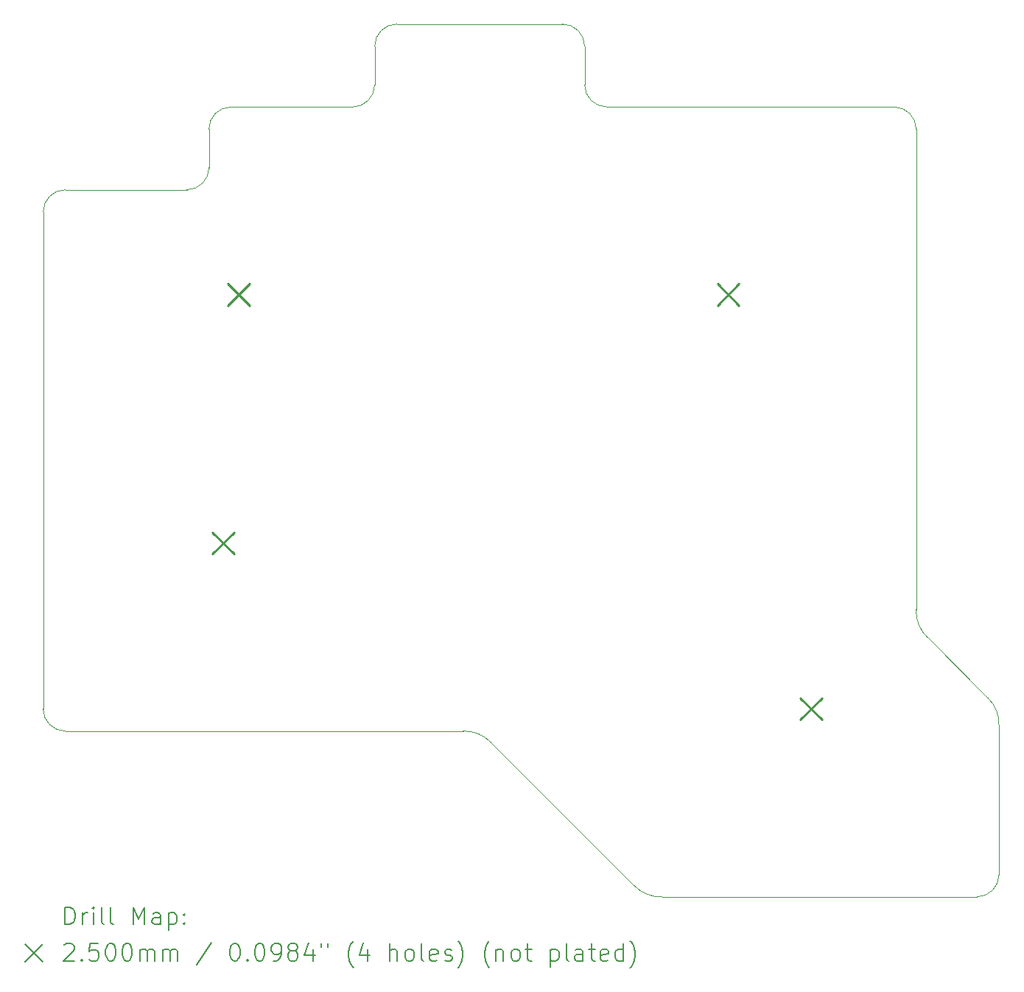
<source format=gbr>
%TF.GenerationSoftware,KiCad,Pcbnew,(6.0.7-1)-1*%
%TF.CreationDate,2022-08-07T12:28:21+08:00*%
%TF.ProjectId,Plate,506c6174-652e-46b6-9963-61645f706362,3*%
%TF.SameCoordinates,PX7616b68PY48ab840*%
%TF.FileFunction,Drillmap*%
%TF.FilePolarity,Positive*%
%FSLAX45Y45*%
G04 Gerber Fmt 4.5, Leading zero omitted, Abs format (unit mm)*
G04 Created by KiCad (PCBNEW (6.0.7-1)-1) date 2022-08-07 12:28:21*
%MOMM*%
%LPD*%
G01*
G04 APERTURE LIST*
%ADD10C,0.120000*%
%ADD11C,0.200000*%
%ADD12C,0.250000*%
G04 APERTURE END LIST*
D10*
X-5969000Y1460500D02*
X-5969000Y1905000D01*
X-2730498Y-5143498D02*
G75*
G03*
X-3048000Y-5016500I-300372J-290562D01*
G01*
X-3810000Y3111500D02*
G75*
G03*
X-4064000Y2857500I0J-254000D01*
G01*
X-1651000Y2413000D02*
X-1651000Y2857500D01*
X-5715000Y2159000D02*
X-4318000Y2159000D01*
X-7874000Y952500D02*
X-7874000Y-4762500D01*
X-1651000Y2413000D02*
G75*
G03*
X-1397000Y2159000I254000J0D01*
G01*
X-4064000Y2413000D02*
X-4064000Y2857500D01*
X2159003Y-3619500D02*
G75*
G03*
X2286000Y-3937000I417557J-17130D01*
G01*
X2984500Y-4635500D02*
X2286000Y-3937000D01*
X-1651000Y2857500D02*
G75*
G03*
X-1905000Y3111500I-254000J0D01*
G01*
X-7874000Y-4762500D02*
G75*
G03*
X-7620000Y-5016500I254000J0D01*
G01*
X-7620000Y1206500D02*
G75*
G03*
X-7874000Y952500I0J-254000D01*
G01*
X2159000Y1905000D02*
G75*
G03*
X1905000Y2159000I-254000J0D01*
G01*
X-3810000Y3111500D02*
X-3556000Y3111500D01*
X-1397000Y2159000D02*
X1905000Y2159000D01*
X-3048000Y-5016500D02*
X-7620000Y-5016500D01*
X-6223000Y1206500D02*
G75*
G03*
X-5969000Y1460500I0J254000D01*
G01*
X2857500Y-6921500D02*
G75*
G03*
X3111500Y-6667500I0J254000D01*
G01*
X3111500Y-4953000D02*
X3111500Y-6667500D01*
X-7620000Y1206500D02*
X-6223000Y1206500D01*
X-1079502Y-6794502D02*
G75*
G03*
X-762000Y-6921500I300372J290562D01*
G01*
X-1905000Y3111500D02*
X-3556000Y3111500D01*
X2857500Y-6921500D02*
X-762000Y-6921500D01*
X-5715000Y2159000D02*
G75*
G03*
X-5969000Y1905000I0J-254000D01*
G01*
X-4318000Y2159000D02*
G75*
G03*
X-4064000Y2413000I0J254000D01*
G01*
X-2730500Y-5143500D02*
X-1079500Y-6794500D01*
X3111497Y-4953000D02*
G75*
G03*
X2984500Y-4635500I-417557J17130D01*
G01*
X2159000Y-3619500D02*
X2159000Y1905000D01*
D11*
D12*
X-5928900Y-2732500D02*
X-5678900Y-2982500D01*
X-5678900Y-2732500D02*
X-5928900Y-2982500D01*
X-5751100Y125000D02*
X-5501100Y-125000D01*
X-5501100Y125000D02*
X-5751100Y-125000D01*
X-125000Y125000D02*
X125000Y-125000D01*
X125000Y125000D02*
X-125000Y-125000D01*
X827500Y-4637500D02*
X1077500Y-4887500D01*
X1077500Y-4637500D02*
X827500Y-4887500D01*
D11*
X-7622381Y-7238327D02*
X-7622381Y-7038327D01*
X-7574762Y-7038327D01*
X-7546190Y-7047851D01*
X-7527143Y-7066899D01*
X-7517619Y-7085946D01*
X-7508095Y-7124042D01*
X-7508095Y-7152613D01*
X-7517619Y-7190708D01*
X-7527143Y-7209756D01*
X-7546190Y-7228803D01*
X-7574762Y-7238327D01*
X-7622381Y-7238327D01*
X-7422381Y-7238327D02*
X-7422381Y-7104994D01*
X-7422381Y-7143089D02*
X-7412857Y-7124042D01*
X-7403333Y-7114518D01*
X-7384286Y-7104994D01*
X-7365238Y-7104994D01*
X-7298571Y-7238327D02*
X-7298571Y-7104994D01*
X-7298571Y-7038327D02*
X-7308095Y-7047851D01*
X-7298571Y-7057375D01*
X-7289048Y-7047851D01*
X-7298571Y-7038327D01*
X-7298571Y-7057375D01*
X-7174762Y-7238327D02*
X-7193810Y-7228803D01*
X-7203333Y-7209756D01*
X-7203333Y-7038327D01*
X-7070000Y-7238327D02*
X-7089048Y-7228803D01*
X-7098571Y-7209756D01*
X-7098571Y-7038327D01*
X-6841429Y-7238327D02*
X-6841429Y-7038327D01*
X-6774762Y-7181184D01*
X-6708095Y-7038327D01*
X-6708095Y-7238327D01*
X-6527143Y-7238327D02*
X-6527143Y-7133565D01*
X-6536667Y-7114518D01*
X-6555714Y-7104994D01*
X-6593810Y-7104994D01*
X-6612857Y-7114518D01*
X-6527143Y-7228803D02*
X-6546190Y-7238327D01*
X-6593810Y-7238327D01*
X-6612857Y-7228803D01*
X-6622381Y-7209756D01*
X-6622381Y-7190708D01*
X-6612857Y-7171661D01*
X-6593810Y-7162137D01*
X-6546190Y-7162137D01*
X-6527143Y-7152613D01*
X-6431905Y-7104994D02*
X-6431905Y-7304994D01*
X-6431905Y-7114518D02*
X-6412857Y-7104994D01*
X-6374762Y-7104994D01*
X-6355714Y-7114518D01*
X-6346190Y-7124042D01*
X-6336667Y-7143089D01*
X-6336667Y-7200232D01*
X-6346190Y-7219280D01*
X-6355714Y-7228803D01*
X-6374762Y-7238327D01*
X-6412857Y-7238327D01*
X-6431905Y-7228803D01*
X-6250952Y-7219280D02*
X-6241429Y-7228803D01*
X-6250952Y-7238327D01*
X-6260476Y-7228803D01*
X-6250952Y-7219280D01*
X-6250952Y-7238327D01*
X-6250952Y-7114518D02*
X-6241429Y-7124042D01*
X-6250952Y-7133565D01*
X-6260476Y-7124042D01*
X-6250952Y-7114518D01*
X-6250952Y-7133565D01*
X-8080000Y-7467851D02*
X-7880000Y-7667851D01*
X-7880000Y-7467851D02*
X-8080000Y-7667851D01*
X-7631905Y-7477375D02*
X-7622381Y-7467851D01*
X-7603333Y-7458327D01*
X-7555714Y-7458327D01*
X-7536667Y-7467851D01*
X-7527143Y-7477375D01*
X-7517619Y-7496423D01*
X-7517619Y-7515470D01*
X-7527143Y-7544042D01*
X-7641429Y-7658327D01*
X-7517619Y-7658327D01*
X-7431905Y-7639280D02*
X-7422381Y-7648803D01*
X-7431905Y-7658327D01*
X-7441429Y-7648803D01*
X-7431905Y-7639280D01*
X-7431905Y-7658327D01*
X-7241429Y-7458327D02*
X-7336667Y-7458327D01*
X-7346190Y-7553565D01*
X-7336667Y-7544042D01*
X-7317619Y-7534518D01*
X-7270000Y-7534518D01*
X-7250952Y-7544042D01*
X-7241429Y-7553565D01*
X-7231905Y-7572613D01*
X-7231905Y-7620232D01*
X-7241429Y-7639280D01*
X-7250952Y-7648803D01*
X-7270000Y-7658327D01*
X-7317619Y-7658327D01*
X-7336667Y-7648803D01*
X-7346190Y-7639280D01*
X-7108095Y-7458327D02*
X-7089048Y-7458327D01*
X-7070000Y-7467851D01*
X-7060476Y-7477375D01*
X-7050952Y-7496423D01*
X-7041429Y-7534518D01*
X-7041429Y-7582137D01*
X-7050952Y-7620232D01*
X-7060476Y-7639280D01*
X-7070000Y-7648803D01*
X-7089048Y-7658327D01*
X-7108095Y-7658327D01*
X-7127143Y-7648803D01*
X-7136667Y-7639280D01*
X-7146190Y-7620232D01*
X-7155714Y-7582137D01*
X-7155714Y-7534518D01*
X-7146190Y-7496423D01*
X-7136667Y-7477375D01*
X-7127143Y-7467851D01*
X-7108095Y-7458327D01*
X-6917619Y-7458327D02*
X-6898571Y-7458327D01*
X-6879524Y-7467851D01*
X-6870000Y-7477375D01*
X-6860476Y-7496423D01*
X-6850952Y-7534518D01*
X-6850952Y-7582137D01*
X-6860476Y-7620232D01*
X-6870000Y-7639280D01*
X-6879524Y-7648803D01*
X-6898571Y-7658327D01*
X-6917619Y-7658327D01*
X-6936667Y-7648803D01*
X-6946190Y-7639280D01*
X-6955714Y-7620232D01*
X-6965238Y-7582137D01*
X-6965238Y-7534518D01*
X-6955714Y-7496423D01*
X-6946190Y-7477375D01*
X-6936667Y-7467851D01*
X-6917619Y-7458327D01*
X-6765238Y-7658327D02*
X-6765238Y-7524994D01*
X-6765238Y-7544042D02*
X-6755714Y-7534518D01*
X-6736667Y-7524994D01*
X-6708095Y-7524994D01*
X-6689048Y-7534518D01*
X-6679524Y-7553565D01*
X-6679524Y-7658327D01*
X-6679524Y-7553565D02*
X-6670000Y-7534518D01*
X-6650952Y-7524994D01*
X-6622381Y-7524994D01*
X-6603333Y-7534518D01*
X-6593810Y-7553565D01*
X-6593810Y-7658327D01*
X-6498571Y-7658327D02*
X-6498571Y-7524994D01*
X-6498571Y-7544042D02*
X-6489048Y-7534518D01*
X-6470000Y-7524994D01*
X-6441429Y-7524994D01*
X-6422381Y-7534518D01*
X-6412857Y-7553565D01*
X-6412857Y-7658327D01*
X-6412857Y-7553565D02*
X-6403333Y-7534518D01*
X-6384286Y-7524994D01*
X-6355714Y-7524994D01*
X-6336667Y-7534518D01*
X-6327143Y-7553565D01*
X-6327143Y-7658327D01*
X-5936667Y-7448803D02*
X-6108095Y-7705946D01*
X-5679524Y-7458327D02*
X-5660476Y-7458327D01*
X-5641429Y-7467851D01*
X-5631905Y-7477375D01*
X-5622381Y-7496423D01*
X-5612857Y-7534518D01*
X-5612857Y-7582137D01*
X-5622381Y-7620232D01*
X-5631905Y-7639280D01*
X-5641429Y-7648803D01*
X-5660476Y-7658327D01*
X-5679524Y-7658327D01*
X-5698571Y-7648803D01*
X-5708095Y-7639280D01*
X-5717619Y-7620232D01*
X-5727143Y-7582137D01*
X-5727143Y-7534518D01*
X-5717619Y-7496423D01*
X-5708095Y-7477375D01*
X-5698571Y-7467851D01*
X-5679524Y-7458327D01*
X-5527143Y-7639280D02*
X-5517619Y-7648803D01*
X-5527143Y-7658327D01*
X-5536667Y-7648803D01*
X-5527143Y-7639280D01*
X-5527143Y-7658327D01*
X-5393810Y-7458327D02*
X-5374762Y-7458327D01*
X-5355714Y-7467851D01*
X-5346191Y-7477375D01*
X-5336667Y-7496423D01*
X-5327143Y-7534518D01*
X-5327143Y-7582137D01*
X-5336667Y-7620232D01*
X-5346191Y-7639280D01*
X-5355714Y-7648803D01*
X-5374762Y-7658327D01*
X-5393810Y-7658327D01*
X-5412857Y-7648803D01*
X-5422381Y-7639280D01*
X-5431905Y-7620232D01*
X-5441429Y-7582137D01*
X-5441429Y-7534518D01*
X-5431905Y-7496423D01*
X-5422381Y-7477375D01*
X-5412857Y-7467851D01*
X-5393810Y-7458327D01*
X-5231905Y-7658327D02*
X-5193810Y-7658327D01*
X-5174762Y-7648803D01*
X-5165238Y-7639280D01*
X-5146191Y-7610708D01*
X-5136667Y-7572613D01*
X-5136667Y-7496423D01*
X-5146191Y-7477375D01*
X-5155714Y-7467851D01*
X-5174762Y-7458327D01*
X-5212857Y-7458327D01*
X-5231905Y-7467851D01*
X-5241429Y-7477375D01*
X-5250952Y-7496423D01*
X-5250952Y-7544042D01*
X-5241429Y-7563089D01*
X-5231905Y-7572613D01*
X-5212857Y-7582137D01*
X-5174762Y-7582137D01*
X-5155714Y-7572613D01*
X-5146191Y-7563089D01*
X-5136667Y-7544042D01*
X-5022381Y-7544042D02*
X-5041429Y-7534518D01*
X-5050952Y-7524994D01*
X-5060476Y-7505946D01*
X-5060476Y-7496423D01*
X-5050952Y-7477375D01*
X-5041429Y-7467851D01*
X-5022381Y-7458327D01*
X-4984286Y-7458327D01*
X-4965238Y-7467851D01*
X-4955714Y-7477375D01*
X-4946191Y-7496423D01*
X-4946191Y-7505946D01*
X-4955714Y-7524994D01*
X-4965238Y-7534518D01*
X-4984286Y-7544042D01*
X-5022381Y-7544042D01*
X-5041429Y-7553565D01*
X-5050952Y-7563089D01*
X-5060476Y-7582137D01*
X-5060476Y-7620232D01*
X-5050952Y-7639280D01*
X-5041429Y-7648803D01*
X-5022381Y-7658327D01*
X-4984286Y-7658327D01*
X-4965238Y-7648803D01*
X-4955714Y-7639280D01*
X-4946191Y-7620232D01*
X-4946191Y-7582137D01*
X-4955714Y-7563089D01*
X-4965238Y-7553565D01*
X-4984286Y-7544042D01*
X-4774762Y-7524994D02*
X-4774762Y-7658327D01*
X-4822381Y-7448803D02*
X-4870000Y-7591661D01*
X-4746191Y-7591661D01*
X-4679524Y-7458327D02*
X-4679524Y-7496423D01*
X-4603333Y-7458327D02*
X-4603333Y-7496423D01*
X-4308095Y-7734518D02*
X-4317619Y-7724994D01*
X-4336667Y-7696423D01*
X-4346191Y-7677375D01*
X-4355714Y-7648803D01*
X-4365238Y-7601184D01*
X-4365238Y-7563089D01*
X-4355714Y-7515470D01*
X-4346191Y-7486899D01*
X-4336667Y-7467851D01*
X-4317619Y-7439280D01*
X-4308095Y-7429756D01*
X-4146190Y-7524994D02*
X-4146190Y-7658327D01*
X-4193810Y-7448803D02*
X-4241429Y-7591661D01*
X-4117619Y-7591661D01*
X-3889048Y-7658327D02*
X-3889048Y-7458327D01*
X-3803333Y-7658327D02*
X-3803333Y-7553565D01*
X-3812857Y-7534518D01*
X-3831905Y-7524994D01*
X-3860476Y-7524994D01*
X-3879524Y-7534518D01*
X-3889048Y-7544042D01*
X-3679524Y-7658327D02*
X-3698571Y-7648803D01*
X-3708095Y-7639280D01*
X-3717619Y-7620232D01*
X-3717619Y-7563089D01*
X-3708095Y-7544042D01*
X-3698571Y-7534518D01*
X-3679524Y-7524994D01*
X-3650952Y-7524994D01*
X-3631905Y-7534518D01*
X-3622381Y-7544042D01*
X-3612857Y-7563089D01*
X-3612857Y-7620232D01*
X-3622381Y-7639280D01*
X-3631905Y-7648803D01*
X-3650952Y-7658327D01*
X-3679524Y-7658327D01*
X-3498571Y-7658327D02*
X-3517619Y-7648803D01*
X-3527143Y-7629756D01*
X-3527143Y-7458327D01*
X-3346190Y-7648803D02*
X-3365238Y-7658327D01*
X-3403333Y-7658327D01*
X-3422381Y-7648803D01*
X-3431905Y-7629756D01*
X-3431905Y-7553565D01*
X-3422381Y-7534518D01*
X-3403333Y-7524994D01*
X-3365238Y-7524994D01*
X-3346190Y-7534518D01*
X-3336667Y-7553565D01*
X-3336667Y-7572613D01*
X-3431905Y-7591661D01*
X-3260476Y-7648803D02*
X-3241429Y-7658327D01*
X-3203333Y-7658327D01*
X-3184286Y-7648803D01*
X-3174762Y-7629756D01*
X-3174762Y-7620232D01*
X-3184286Y-7601184D01*
X-3203333Y-7591661D01*
X-3231905Y-7591661D01*
X-3250952Y-7582137D01*
X-3260476Y-7563089D01*
X-3260476Y-7553565D01*
X-3250952Y-7534518D01*
X-3231905Y-7524994D01*
X-3203333Y-7524994D01*
X-3184286Y-7534518D01*
X-3108095Y-7734518D02*
X-3098571Y-7724994D01*
X-3079524Y-7696423D01*
X-3070000Y-7677375D01*
X-3060476Y-7648803D01*
X-3050952Y-7601184D01*
X-3050952Y-7563089D01*
X-3060476Y-7515470D01*
X-3070000Y-7486899D01*
X-3079524Y-7467851D01*
X-3098571Y-7439280D01*
X-3108095Y-7429756D01*
X-2746191Y-7734518D02*
X-2755714Y-7724994D01*
X-2774762Y-7696423D01*
X-2784286Y-7677375D01*
X-2793810Y-7648803D01*
X-2803333Y-7601184D01*
X-2803333Y-7563089D01*
X-2793810Y-7515470D01*
X-2784286Y-7486899D01*
X-2774762Y-7467851D01*
X-2755714Y-7439280D01*
X-2746191Y-7429756D01*
X-2670000Y-7524994D02*
X-2670000Y-7658327D01*
X-2670000Y-7544042D02*
X-2660476Y-7534518D01*
X-2641429Y-7524994D01*
X-2612857Y-7524994D01*
X-2593810Y-7534518D01*
X-2584286Y-7553565D01*
X-2584286Y-7658327D01*
X-2460476Y-7658327D02*
X-2479524Y-7648803D01*
X-2489048Y-7639280D01*
X-2498572Y-7620232D01*
X-2498572Y-7563089D01*
X-2489048Y-7544042D01*
X-2479524Y-7534518D01*
X-2460476Y-7524994D01*
X-2431905Y-7524994D01*
X-2412857Y-7534518D01*
X-2403333Y-7544042D01*
X-2393810Y-7563089D01*
X-2393810Y-7620232D01*
X-2403333Y-7639280D01*
X-2412857Y-7648803D01*
X-2431905Y-7658327D01*
X-2460476Y-7658327D01*
X-2336667Y-7524994D02*
X-2260476Y-7524994D01*
X-2308095Y-7458327D02*
X-2308095Y-7629756D01*
X-2298572Y-7648803D01*
X-2279524Y-7658327D01*
X-2260476Y-7658327D01*
X-2041429Y-7524994D02*
X-2041429Y-7724994D01*
X-2041429Y-7534518D02*
X-2022381Y-7524994D01*
X-1984286Y-7524994D01*
X-1965238Y-7534518D01*
X-1955714Y-7544042D01*
X-1946190Y-7563089D01*
X-1946190Y-7620232D01*
X-1955714Y-7639280D01*
X-1965238Y-7648803D01*
X-1984286Y-7658327D01*
X-2022381Y-7658327D01*
X-2041429Y-7648803D01*
X-1831905Y-7658327D02*
X-1850952Y-7648803D01*
X-1860476Y-7629756D01*
X-1860476Y-7458327D01*
X-1670000Y-7658327D02*
X-1670000Y-7553565D01*
X-1679524Y-7534518D01*
X-1698571Y-7524994D01*
X-1736667Y-7524994D01*
X-1755714Y-7534518D01*
X-1670000Y-7648803D02*
X-1689048Y-7658327D01*
X-1736667Y-7658327D01*
X-1755714Y-7648803D01*
X-1765238Y-7629756D01*
X-1765238Y-7610708D01*
X-1755714Y-7591661D01*
X-1736667Y-7582137D01*
X-1689048Y-7582137D01*
X-1670000Y-7572613D01*
X-1603333Y-7524994D02*
X-1527143Y-7524994D01*
X-1574762Y-7458327D02*
X-1574762Y-7629756D01*
X-1565238Y-7648803D01*
X-1546190Y-7658327D01*
X-1527143Y-7658327D01*
X-1384286Y-7648803D02*
X-1403333Y-7658327D01*
X-1441429Y-7658327D01*
X-1460476Y-7648803D01*
X-1470000Y-7629756D01*
X-1470000Y-7553565D01*
X-1460476Y-7534518D01*
X-1441429Y-7524994D01*
X-1403333Y-7524994D01*
X-1384286Y-7534518D01*
X-1374762Y-7553565D01*
X-1374762Y-7572613D01*
X-1470000Y-7591661D01*
X-1203333Y-7658327D02*
X-1203333Y-7458327D01*
X-1203333Y-7648803D02*
X-1222381Y-7658327D01*
X-1260476Y-7658327D01*
X-1279524Y-7648803D01*
X-1289048Y-7639280D01*
X-1298572Y-7620232D01*
X-1298572Y-7563089D01*
X-1289048Y-7544042D01*
X-1279524Y-7534518D01*
X-1260476Y-7524994D01*
X-1222381Y-7524994D01*
X-1203333Y-7534518D01*
X-1127143Y-7734518D02*
X-1117619Y-7724994D01*
X-1098572Y-7696423D01*
X-1089048Y-7677375D01*
X-1079524Y-7648803D01*
X-1070000Y-7601184D01*
X-1070000Y-7563089D01*
X-1079524Y-7515470D01*
X-1089048Y-7486899D01*
X-1098572Y-7467851D01*
X-1117619Y-7439280D01*
X-1127143Y-7429756D01*
M02*

</source>
